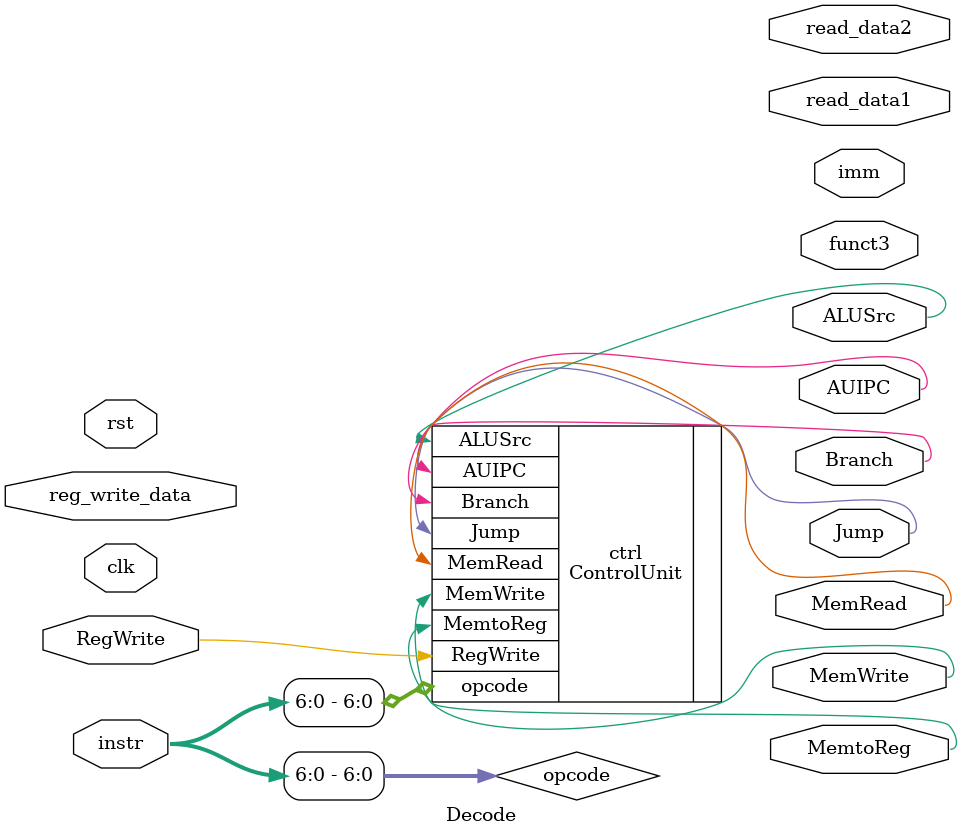
<source format=v>
module Decode (
    input clk,
    input rst,                 
    input [31:0] instr,
    input [31:0] reg_write_data,
    input RegWrite,            
    output [31:0] read_data1,
    output [31:0] read_data2,
    output [31:0] imm,
    output MemRead,
    output MemWrite,
    output ALUSrc,
    output Branch,
    output MemtoReg,
    output Jump,               
    output AUIPC,              
    output [2:0] funct3        
);
    reg [31:0] reg_file [31:0];  
    integer i;                   
    
    
    wire [6:0] opcode = instr[6:0];
    
    ControlUnit ctrl (
        .opcode(opcode),
        .RegWrite(RegWrite),
        .MemRead(MemRead),
        .MemWrite(MemWrite),
        .ALUSrc(ALUSrc),
        .Branch(Branch),
        .MemtoReg(MemtoReg),
        .Jump(Jump),
        .AUIPC(AUIPC)
    );
endmodule
</source>
